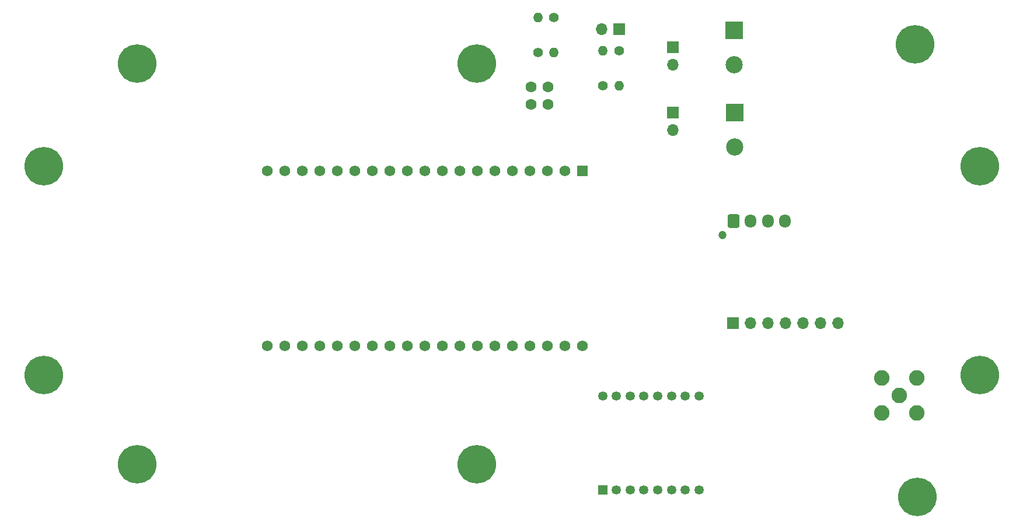
<source format=gbr>
%TF.GenerationSoftware,KiCad,Pcbnew,6.0.2+dfsg-1*%
%TF.CreationDate,2023-05-08T14:40:52+02:00*%
%TF.ProjectId,sensor,73656e73-6f72-42e6-9b69-6361645f7063,rev?*%
%TF.SameCoordinates,Original*%
%TF.FileFunction,Soldermask,Bot*%
%TF.FilePolarity,Negative*%
%FSLAX46Y46*%
G04 Gerber Fmt 4.6, Leading zero omitted, Abs format (unit mm)*
G04 Created by KiCad (PCBNEW 6.0.2+dfsg-1) date 2023-05-08 14:40:52*
%MOMM*%
%LPD*%
G01*
G04 APERTURE LIST*
G04 Aperture macros list*
%AMRoundRect*
0 Rectangle with rounded corners*
0 $1 Rounding radius*
0 $2 $3 $4 $5 $6 $7 $8 $9 X,Y pos of 4 corners*
0 Add a 4 corners polygon primitive as box body*
4,1,4,$2,$3,$4,$5,$6,$7,$8,$9,$2,$3,0*
0 Add four circle primitives for the rounded corners*
1,1,$1+$1,$2,$3*
1,1,$1+$1,$4,$5*
1,1,$1+$1,$6,$7*
1,1,$1+$1,$8,$9*
0 Add four rect primitives between the rounded corners*
20,1,$1+$1,$2,$3,$4,$5,0*
20,1,$1+$1,$4,$5,$6,$7,0*
20,1,$1+$1,$6,$7,$8,$9,0*
20,1,$1+$1,$8,$9,$2,$3,0*%
G04 Aperture macros list end*
%ADD10C,5.600000*%
%ADD11C,1.200000*%
%ADD12RoundRect,0.250000X-0.600000X-0.725000X0.600000X-0.725000X0.600000X0.725000X-0.600000X0.725000X0*%
%ADD13O,1.700000X1.950000*%
%ADD14C,1.400000*%
%ADD15O,1.400000X1.400000*%
%ADD16R,2.500000X2.500000*%
%ADD17C,2.500000*%
%ADD18C,1.600000*%
%ADD19R,1.700000X1.700000*%
%ADD20O,1.700000X1.700000*%
%ADD21R,1.560000X1.560000*%
%ADD22C,1.560000*%
%ADD23R,1.350000X1.350000*%
%ADD24C,1.350000*%
%ADD25C,2.250000*%
G04 APERTURE END LIST*
D10*
%TO.C,REF\u002A\u002A*%
X184950000Y-106050000D03*
%TD*%
D11*
%TO.C,I2C_Sensor_out*%
X156660000Y-68000000D03*
D12*
X158260000Y-66000000D03*
D13*
X160760000Y-66000000D03*
X163260000Y-66000000D03*
X165760000Y-66000000D03*
%TD*%
D14*
%TO.C,R2*%
X132200000Y-36460000D03*
D15*
X132200000Y-41540000D03*
%TD*%
D16*
%TO.C,V_BAT_IN*%
X158400000Y-38300000D03*
D17*
X158400000Y-43300000D03*
%TD*%
D10*
%TO.C,REF\u002A\u002A*%
X58200000Y-88300000D03*
%TD*%
D18*
%TO.C,C2*%
X131350000Y-49000000D03*
X131350000Y-46500000D03*
%TD*%
D16*
%TO.C,V_BAT_OUT*%
X158500000Y-50200000D03*
D17*
X158500000Y-55200000D03*
%TD*%
D19*
%TO.C,PS +3\u002C3V*%
X149500000Y-40725000D03*
D20*
X149500000Y-43265000D03*
%TD*%
D10*
%TO.C,REF\u002A\u002A*%
X194000000Y-88300000D03*
%TD*%
D19*
%TO.C,PANEL_OUT*%
X149500000Y-50260000D03*
D20*
X149500000Y-52800000D03*
%TD*%
D14*
%TO.C,R4*%
X139300000Y-46340000D03*
D15*
X139300000Y-41260000D03*
%TD*%
D10*
%TO.C,REF\u002A\u002A*%
X58200000Y-58050000D03*
%TD*%
D14*
%TO.C,R3*%
X141700000Y-41260000D03*
D15*
X141700000Y-46340000D03*
%TD*%
D10*
%TO.C,REF\u002A\u002A*%
X71800000Y-101300000D03*
%TD*%
%TO.C,REF\u002A\u002A*%
X121000000Y-43100000D03*
%TD*%
D18*
%TO.C,C1*%
X128900000Y-49000000D03*
X128900000Y-46500000D03*
%TD*%
D14*
%TO.C,R1*%
X129900000Y-41500000D03*
D15*
X129900000Y-36420000D03*
%TD*%
D19*
%TO.C,BAT_OUT*%
X141725000Y-38100000D03*
D20*
X139185000Y-38100000D03*
%TD*%
D10*
%TO.C,REF\u002A\u002A*%
X71800000Y-43100000D03*
%TD*%
%TO.C,REF\u002A\u002A*%
X121000000Y-101300000D03*
%TD*%
D21*
%TO.C,U1*%
X136360000Y-58700000D03*
D22*
X133820000Y-58700000D03*
X131280000Y-58700000D03*
X128740000Y-58700000D03*
X126200000Y-58700000D03*
X123660000Y-58700000D03*
X121120000Y-58700000D03*
X118580000Y-58700000D03*
X116040000Y-58700000D03*
X113500000Y-58700000D03*
X110960000Y-58700000D03*
X108420000Y-58700000D03*
X105880000Y-58700000D03*
X103340000Y-58700000D03*
X100800000Y-58700000D03*
X98260000Y-58700000D03*
X95720000Y-58700000D03*
X93180000Y-58700000D03*
X90640000Y-58700000D03*
X136360000Y-84100000D03*
X133820000Y-84100000D03*
X131280000Y-84100000D03*
X128740000Y-84100000D03*
X126200000Y-84100000D03*
X123660000Y-84100000D03*
X121120000Y-84100000D03*
X118580000Y-84100000D03*
X116040000Y-84100000D03*
X113500000Y-84100000D03*
X110960000Y-84100000D03*
X108420000Y-84100000D03*
X105880000Y-84100000D03*
X103340000Y-84100000D03*
X100800000Y-84100000D03*
X98260000Y-84100000D03*
X95720000Y-84100000D03*
X93180000Y-84100000D03*
X90640000Y-84100000D03*
%TD*%
D10*
%TO.C,REF\u002A\u002A*%
X194000000Y-58050000D03*
%TD*%
D23*
%TO.C,U2*%
X139292500Y-105007500D03*
D24*
X141292500Y-105007500D03*
X143292500Y-105007500D03*
X145292500Y-105007500D03*
X147292500Y-105007500D03*
X149292500Y-105007500D03*
X151292500Y-105007500D03*
X153292500Y-105007500D03*
X153292500Y-91407500D03*
X151292500Y-91407500D03*
X149292500Y-91407500D03*
X147292500Y-91407500D03*
X145292500Y-91407500D03*
X143292500Y-91407500D03*
X141292500Y-91407500D03*
X139292500Y-91407500D03*
%TD*%
D25*
%TO.C,Antenna*%
X182300000Y-91250000D03*
X184840000Y-93790000D03*
X179760000Y-88710000D03*
X184840000Y-88710000D03*
X179760000Y-93790000D03*
%TD*%
D19*
%TO.C,J3*%
X158240000Y-80800000D03*
D20*
X160780000Y-80800000D03*
X163320000Y-80800000D03*
X165860000Y-80800000D03*
X168400000Y-80800000D03*
X170940000Y-80800000D03*
X173480000Y-80800000D03*
%TD*%
D10*
%TO.C,REF\u002A\u002A*%
X184650000Y-40350000D03*
%TD*%
M02*

</source>
